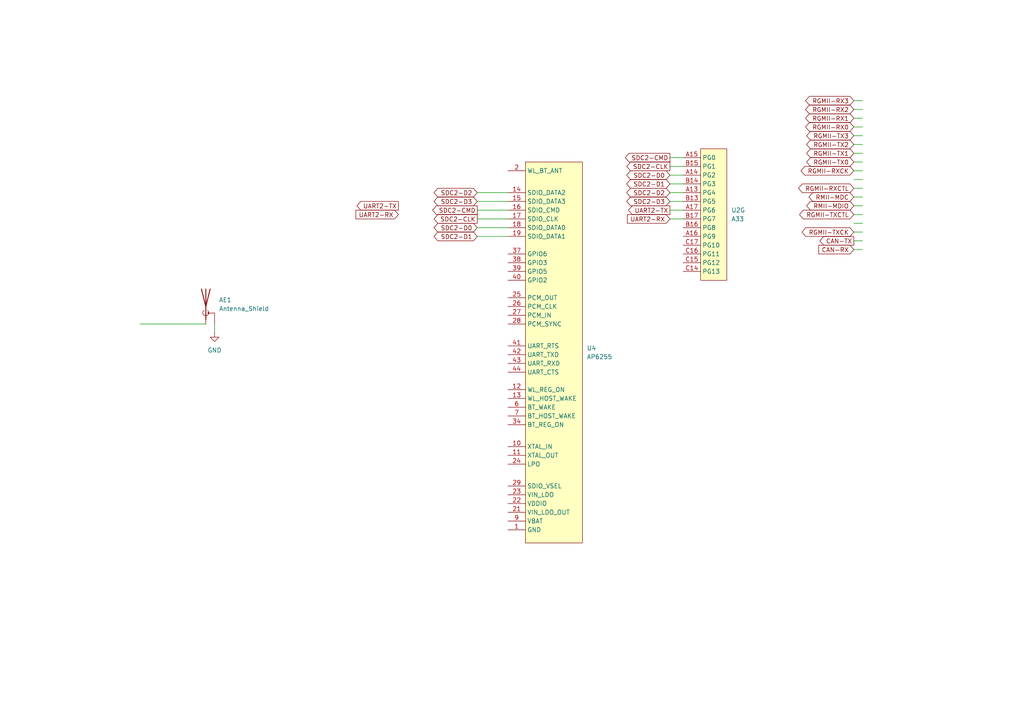
<source format=kicad_sch>
(kicad_sch (version 20250114) (generator "eeschema") (generator_version "9.0")
  (paper "A4")
  (lib_symbols
    (symbol "Device:Antenna_Shield" (pin_numbers (hide yes)) (pin_names (offset 1.016) (hide yes))
      (property "Reference" "AE" (at -1.905 4.445 0))
      (property "Value" "Antenna_Shield" (at -1.905 2.54 0))
      (symbol "Antenna_Shield_0_1"
        (arc (start 0 -2.667) (mid -0.8485 -2.1032) (end -0.508 -1.143))
        (polyline (pts (xy 0 5.08) (xy 0 -3.81)) (stroke (width 0.254)))
        (polyline (pts (xy 0 -2.54) (xy 0 0)))
        (arc (start 0.508 -1.143) (mid 0.8046 -2.0885) (end 0 -2.667))
        (polyline (pts (xy 0.762 -1.905) (xy 2.54 -1.905)))
        (circle (center 0.762 -1.905) (radius 0.1778) (fill (type outline)))
        (polyline (pts (xy 1.27 5.08) (xy 0 0) (xy -1.27 5.08)) (stroke (width 0.254)))
        (polyline (pts (xy 2.54 -2.54) (xy 2.54 -1.905)))
      )
      (symbol "Antenna_Shield_1_1"
        (pin input line (at 0 -5.08 90) (length 2.54) (name "A") (number "1"))
        (pin input line (at 2.54 -5.08 90) (length 2.54) (name "Shield") (number "2"))
      )
    )
    (symbol "allwinner:A33"
      (property "Reference" "U" (at 3.81 3.81 0))
      (property "Value" "A33" (at 3.81 1.27 0))
      (symbol "A33_1_0"
        (pin passive line (at -12.7 -2.54 0) (length 5.08) (name "SDQ0") (number "M1"))
        (pin passive line (at -12.7 -5.08 0) (length 5.08) (name "SDQ1") (number "M2"))
        (pin passive line (at -12.7 -7.62 0) (length 5.08) (name "SDQ2") (number "L1"))
        (pin passive line (at -12.7 -10.16 0) (length 5.08) (name "SDQ3") (number "L2"))
        (pin passive line (at -12.7 -12.7 0) (length 5.08) (name "SDQ4") (number "J1"))
        (pin passive line (at -12.7 -15.24 0) (length 5.08) (name "SDQ5") (number "J2"))
        (pin passive line (at -12.7 -17.78 0) (length 5.08) (name "SDQ6") (number "H1"))
        (pin passive line (at -12.7 -20.32 0) (length 5.08) (name "SDQ7") (number "H2"))
        (pin passive line (at -12.7 -22.86 0) (length 5.08) (name "SDQ8") (number "U3"))
        (pin passive line (at -12.7 -25.4 0) (length 5.08) (name "SDQ9") (number "U1"))
        (pin passive line (at -12.7 -27.94 0) (length 5.08) (name "SDQ10") (number "U2"))
        (pin passive line (at -12.7 -30.48 0) (length 5.08) (name "SDQ11") (number "T2"))
        (pin passive line (at -12.7 -33.02 0) (length 5.08) (name "SDQ12") (number "R2"))
        (pin passive line (at -12.7 -35.56 0) (length 5.08) (name "SDQ13") (number "P1"))
        (pin passive line (at -12.7 -38.1 0) (length 5.08) (name "SDQ14") (number "P2"))
        (pin passive line (at -12.7 -40.64 0) (length 5.08) (name "SDQ15") (number "N1"))
        (pin passive line (at 12.7 -2.54 180) (length 5.08) (name "SA0") (number "E4"))
        (pin passive line (at 12.7 -5.08 180) (length 5.08) (name "SA1") (number "D1"))
        (pin passive line (at 12.7 -7.62 180) (length 5.08) (name "SA2") (number "F2"))
        (pin passive line (at 12.7 -10.16 180) (length 5.08) (name "SA3") (number "H3"))
        (pin passive line (at 12.7 -12.7 180) (length 5.08) (name "SA4") (number "D2"))
        (pin passive line (at 12.7 -15.24 180) (length 5.08) (name "SA5") (number "F1"))
        (pin passive line (at 12.7 -17.78 180) (length 5.08) (name "SA6") (number "A1"))
        (pin passive line (at 12.7 -20.32 180) (length 5.08) (name "SA7") (number "G4"))
        (pin passive line (at 12.7 -22.86 180) (length 5.08) (name "SA8") (number "B1"))
        (pin passive line (at 12.7 -25.4 180) (length 5.08) (name "SA9") (number "F4"))
        (pin passive line (at 12.7 -27.94 180) (length 5.08) (name "SA10") (number "E2"))
        (pin passive line (at 12.7 -30.48 180) (length 5.08) (name "SA11") (number "C2"))
        (pin passive line (at 12.7 -33.02 180) (length 5.08) (name "SA12") (number "E1"))
        (pin passive line (at 12.7 -35.56 180) (length 5.08) (name "SA13") (number "F3"))
        (pin passive line (at 12.7 -38.1 180) (length 5.08) (name "SA14") (number "C1"))
        (pin passive line (at 12.7 -40.64 180) (length 5.08) (name "SA15") (number "E3"))
        (pin passive line (at 12.7 -45.72 180) (length 5.08) (name "BA0") (number "J3"))
        (pin passive line (at 12.7 -48.26 180) (length 5.08) (name "BA1") (number "K4"))
        (pin passive line (at 12.7 -50.8 180) (length 5.08) (name "BA2") (number "H4"))
        (pin passive line (at 12.7 -55.88 180) (length 5.08) (name "RAS") (number "L4"))
        (pin passive line (at 12.7 -58.42 180) (length 5.08) (name "CAS") (number "M3"))
        (pin passive line (at 12.7 -60.96 180) (length 5.08) (name "WE") (number "K3"))
        (pin passive line (at 12.7 -63.5 180) (length 5.08) (name "RST") (number "G3"))
        (pin passive line (at 12.7 -68.58 180) (length 5.08) (name "ODT0") (number "L3"))
        (pin passive line (at 12.7 -71.12 180) (length 5.08) (name "ODT1") (number "L7"))
      )
      (symbol "A33_1_1"
        (rectangle (start -7.62 0) (end 7.62 -86.36) (stroke (width 0.1524)) (fill (type background)))
        (pin passive line (at -12.7 -45.72 0) (length 5.08) (name "CK+") (number "G1"))
        (pin passive line (at -12.7 -48.26 0) (length 5.08) (name "CK-") (number "G2"))
        (pin passive line (at -12.7 -53.34 0) (length 5.08) (name "CKE0") (number "J4"))
        (pin passive line (at -12.7 -55.88 0) (length 5.08) (name "CKE1") (number "N7"))
        (pin passive line (at -12.7 -60.96 0) (length 5.08) (name "DM0") (number "N2"))
        (pin passive line (at -12.7 -63.5 0) (length 5.08) (name "DM1") (number "T3"))
        (pin passive line (at -12.7 -68.58 0) (length 5.08) (name "DQS0+") (number "K2"))
        (pin passive line (at -12.7 -71.12 0) (length 5.08) (name "DQS0-") (number "K1"))
        (pin passive line (at -12.7 -73.66 0) (length 5.08) (name "DQS1+") (number "R1"))
        (pin passive line (at -12.7 -76.2 0) (length 5.08) (name "DQS1-") (number "T1"))
        (pin passive line (at -12.7 -81.28 0) (length 5.08) (name "DZQ") (number "R3"))
        (pin passive line (at -12.7 -83.82 0) (length 5.08) (name "SVREF") (number "M4"))
        (pin passive line (at 12.7 -78.74 180) (length 5.08) (name "CS0") (number "N3"))
        (pin passive line (at 12.7 -81.28 180) (length 5.08) (name "CS1") (number "N5"))
      )
      (symbol "A33_2_0"
        (pin passive line (at -7.62 -2.54 0) (length 5.08) (name "PB0") (number "G17"))
        (pin passive line (at -7.62 -5.08 0) (length 5.08) (name "PB1") (number "G16"))
        (pin passive line (at -7.62 -7.62 0) (length 5.08) (name "PB2") (number "F17"))
        (pin passive line (at -7.62 -10.16 0) (length 5.08) (name "PB3") (number "F16"))
        (pin passive line (at -7.62 -12.7 0) (length 5.08) (name "PB4") (number "G14"))
        (pin passive line (at -7.62 -15.24 0) (length 5.08) (name "PB5") (number "G15"))
        (pin passive line (at -7.62 -17.78 0) (length 5.08) (name "PB6") (number "F14"))
        (pin passive line (at -7.62 -20.32 0) (length 5.08) (name "PB7") (number "F15"))
      )
      (symbol "A33_2_1"
        (rectangle (start -2.54 0) (end 2.54 -22.86) (stroke (width 0.1524)) (fill (type background)))
      )
      (symbol "A33_3_0"
        (pin passive line (at -7.62 -2.54 0) (length 5.08) (name "PC0") (number "D12"))
        (pin passive line (at -7.62 -5.08 0) (length 5.08) (name "PC1") (number "C12"))
        (pin passive line (at -7.62 -7.62 0) (length 5.08) (name "PC2") (number "C11"))
        (pin passive line (at -7.62 -10.16 0) (length 5.08) (name "PC3") (number "D11"))
        (pin passive line (at -7.62 -12.7 0) (length 5.08) (name "PC4") (number "B11"))
        (pin passive line (at -7.62 -15.24 0) (length 5.08) (name "PC5") (number "C10"))
        (pin passive line (at -7.62 -17.78 0) (length 5.08) (name "PC6") (number "D10"))
        (pin passive line (at -7.62 -20.32 0) (length 5.08) (name "PC7") (number "A12"))
        (pin passive line (at -7.62 -22.86 0) (length 5.08) (name "PC8") (number "A11"))
        (pin passive line (at -7.62 -25.4 0) (length 5.08) (name "PC9") (number "B10"))
        (pin passive line (at -7.62 -27.94 0) (length 5.08) (name "PC10") (number "A10"))
        (pin passive line (at -7.62 -30.48 0) (length 5.08) (name "PC11") (number "B9"))
        (pin passive line (at -7.62 -33.02 0) (length 5.08) (name "PC12") (number "A9"))
        (pin passive line (at -7.62 -35.56 0) (length 5.08) (name "PC13") (number "B8"))
        (pin passive line (at -7.62 -38.1 0) (length 5.08) (name "PC14") (number "A8"))
        (pin passive line (at -7.62 -40.64 0) (length 5.08) (name "PC15") (number "B7"))
        (pin passive line (at -7.62 -43.18 0) (length 5.08) (name "PC16") (number "A7"))
      )
      (symbol "A33_3_1"
        (rectangle (start -2.54 0) (end 3.81 -45.72) (stroke (width 0.1524)) (fill (type background)))
      )
      (symbol "A33_4_0"
        (pin passive line (at -7.62 -2.54 0) (length 5.08) (name "PD2") (number "R12"))
        (pin passive line (at -7.62 -5.08 0) (length 5.08) (name "PD3") (number "P12"))
        (pin passive line (at -7.62 -7.62 0) (length 5.08) (name "PD4") (number "R11"))
        (pin passive line (at -7.62 -10.16 0) (length 5.08) (name "PD5") (number "P11"))
        (pin passive line (at -7.62 -12.7 0) (length 5.08) (name "PD6") (number "R10"))
        (pin passive line (at -7.62 -15.24 0) (length 5.08) (name "PD7") (number "P10"))
        (pin passive line (at -7.62 -22.86 0) (length 5.08) (name "PD10") (number "R9"))
        (pin passive line (at -7.62 -25.4 0) (length 5.08) (name "PD11") (number "P9"))
        (pin passive line (at -7.62 -27.94 0) (length 5.08) (name "PD12") (number "R8"))
        (pin passive line (at -7.62 -30.48 0) (length 5.08) (name "PD13") (number "P8"))
        (pin passive line (at -7.62 -33.02 0) (length 5.08) (name "PD14") (number "R7"))
        (pin passive line (at -7.62 -35.56 0) (length 5.08) (name "PD15") (number "P7"))
        (pin passive line (at -7.62 -43.18 0) (length 5.08) (name "PD18") (number "U11"))
        (pin passive line (at -7.62 -45.72 0) (length 5.08) (name "PD19") (number "T11"))
        (pin passive line (at -7.62 -48.26 0) (length 5.08) (name "PD20") (number "U10"))
        (pin passive line (at -7.62 -50.8 0) (length 5.08) (name "PD21") (number "T10"))
        (pin passive line (at -7.62 -53.34 0) (length 5.08) (name "PD22") (number "U9"))
        (pin passive line (at -7.62 -55.88 0) (length 5.08) (name "PD23") (number "T9"))
        (pin passive line (at -7.62 -58.42 0) (length 5.08) (name "PD24") (number "U8"))
        (pin passive line (at -7.62 -60.96 0) (length 5.08) (name "PD25") (number "T8"))
        (pin passive line (at -7.62 -63.5 0) (length 5.08) (name "PD26") (number "U7"))
        (pin passive line (at -7.62 -66.04 0) (length 5.08) (name "PD27") (number "T7"))
      )
      (symbol "A33_4_1"
        (rectangle (start -2.54 0) (end 3.81 -68.58) (stroke (width 0.1524)) (fill (type background)))
      )
      (symbol "A33_5_0"
        (pin passive line (at -8.89 -2.54 0) (length 5.08) (name "PE0") (number "C5"))
        (pin passive line (at -8.89 -5.08 0) (length 5.08) (name "PE1") (number "D5"))
        (pin passive line (at -8.89 -7.62 0) (length 5.08) (name "PE2") (number "C6"))
        (pin passive line (at -8.89 -10.16 0) (length 5.08) (name "PE3") (number "D6"))
        (pin passive line (at -8.89 -12.7 0) (length 5.08) (name "PE4") (number "A6"))
        (pin passive line (at -8.89 -15.24 0) (length 5.08) (name "PE5") (number "B6"))
        (pin passive line (at -8.89 -17.78 0) (length 5.08) (name "PE6") (number "A5"))
        (pin passive line (at -8.89 -20.32 0) (length 5.08) (name "PE7") (number "B5"))
        (pin passive line (at -8.89 -22.86 0) (length 5.08) (name "PE8") (number "A4"))
        (pin passive line (at -8.89 -25.4 0) (length 5.08) (name "PE9") (number "B4"))
        (pin passive line (at -8.89 -27.94 0) (length 5.08) (name "PE10") (number "A3"))
        (pin passive line (at -8.89 -30.48 0) (length 5.08) (name "PE11") (number "B3"))
        (pin passive line (at -8.89 -33.02 0) (length 5.08) (name "PE12") (number "A2"))
        (pin passive line (at -8.89 -35.56 0) (length 5.08) (name "PE13") (number "B2"))
        (pin passive line (at -8.89 -38.1 0) (length 5.08) (name "PE14") (number "C3"))
        (pin passive line (at -8.89 -40.64 0) (length 5.08) (name "PE15") (number "D3"))
        (pin passive line (at -8.89 -43.18 0) (length 5.08) (name "PE16") (number "C4"))
        (pin passive line (at -8.89 -45.72 0) (length 5.08) (name "PE17") (number "D4"))
      )
      (symbol "A33_5_1"
        (rectangle (start -3.81 0) (end 2.54 -48.26) (stroke (width 0.1524)) (fill (type background)))
      )
      (symbol "A33_6_0"
        (pin passive line (at -7.62 -2.54 0) (length 5.08) (name "PF0") (number "D9"))
        (pin passive line (at -7.62 -5.08 0) (length 5.08) (name "PF1") (number "C9"))
        (pin passive line (at -7.62 -7.62 0) (length 5.08) (name "PF2") (number "D8"))
        (pin passive line (at -7.62 -10.16 0) (length 5.08) (name "PF3") (number "C8"))
        (pin passive line (at -7.62 -12.7 0) (length 5.08) (name "PF4") (number "D7"))
        (pin passive line (at -7.62 -15.24 0) (length 5.08) (name "PF5") (number "C7"))
      )
      (symbol "A33_6_1"
        (rectangle (start -2.54 0) (end 3.81 -20.32) (stroke (width 0.1524)) (fill (type background)))
      )
      (symbol "A33_7_0"
        (pin passive line (at -8.89 -2.54 0) (length 5.08) (name "PG0") (number "A15"))
        (pin passive line (at -8.89 -5.08 0) (length 5.08) (name "PG1") (number "B15"))
        (pin passive line (at -8.89 -7.62 0) (length 5.08) (name "PG2") (number "A14"))
        (pin passive line (at -8.89 -10.16 0) (length 5.08) (name "PG3") (number "B14"))
        (pin passive line (at -8.89 -12.7 0) (length 5.08) (name "PG4") (number "A13"))
        (pin passive line (at -8.89 -15.24 0) (length 5.08) (name "PG5") (number "B13"))
        (pin passive line (at -8.89 -17.78 0) (length 5.08) (name "PG6") (number "A17"))
        (pin passive line (at -8.89 -20.32 0) (length 5.08) (name "PG7") (number "B17"))
        (pin passive line (at -8.89 -22.86 0) (length 5.08) (name "PG8") (number "B16"))
        (pin passive line (at -8.89 -25.4 0) (length 5.08) (name "PG9") (number "A16"))
        (pin passive line (at -8.89 -27.94 0) (length 5.08) (name "PG10") (number "C17"))
        (pin passive line (at -8.89 -30.48 0) (length 5.08) (name "PG11") (number "C16"))
        (pin passive line (at -8.89 -33.02 0) (length 5.08) (name "PG12") (number "C15"))
        (pin passive line (at -8.89 -35.56 0) (length 5.08) (name "PG13") (number "C14"))
      )
      (symbol "A33_7_1"
        (rectangle (start -3.81 0) (end 3.81 -38.1) (stroke (width 0.1524)) (fill (type background)))
      )
      (symbol "A33_8_0"
        (pin passive line (at -7.62 -2.54 0) (length 5.08) (name "PH0") (number "D17"))
        (pin passive line (at -7.62 -5.08 0) (length 5.08) (name "PH1") (number "D16"))
        (pin passive line (at -7.62 -7.62 0) (length 5.08) (name "PH2") (number "D15"))
        (pin passive line (at -7.62 -10.16 0) (length 5.08) (name "PH3") (number "D14"))
        (pin passive line (at -7.62 -12.7 0) (length 5.08) (name "PH4") (number "D13"))
        (pin passive line (at -7.62 -15.24 0) (length 5.08) (name "PH5") (number "C13"))
        (pin passive line (at -7.62 -17.78 0) (length 5.08) (name "PH6") (number "E17"))
        (pin passive line (at -7.62 -20.32 0) (length 5.08) (name "PH7") (number "E16"))
        (pin passive line (at -7.62 -22.86 0) (length 5.08) (name "PH8") (number "E15"))
        (pin passive line (at -7.62 -25.4 0) (length 5.08) (name "PH9") (number "E14"))
      )
      (symbol "A33_8_1"
        (rectangle (start -2.54 0) (end 2.54 -27.94) (stroke (width 0.1524)) (fill (type background)))
      )
      (symbol "A33_9_0"
        (pin passive line (at -7.62 -2.54 0) (length 5.08) (name "PL0") (number "P16"))
        (pin passive line (at -7.62 -5.08 0) (length 5.08) (name "PL1") (number "P15"))
        (pin passive line (at -7.62 -7.62 0) (length 5.08) (name "PL2") (number "U14"))
        (pin passive line (at -7.62 -10.16 0) (length 5.08) (name "PL3") (number "T14"))
        (pin passive line (at -7.62 -12.7 0) (length 5.08) (name "PL4") (number "R14"))
        (pin passive line (at -7.62 -15.24 0) (length 5.08) (name "PL5") (number "P14"))
        (pin passive line (at -7.62 -17.78 0) (length 5.08) (name "PL6") (number "U13"))
        (pin passive line (at -7.62 -20.32 0) (length 5.08) (name "PL7") (number "T13"))
        (pin passive line (at -7.62 -22.86 0) (length 5.08) (name "PL8") (number "R13"))
        (pin passive line (at -7.62 -25.4 0) (length 5.08) (name "PL9") (number "P13"))
        (pin passive line (at -7.62 -27.94 0) (length 5.08) (name "PL10") (number "U12"))
        (pin passive line (at -7.62 -30.48 0) (length 5.08) (name "PL11") (number "T12"))
      )
      (symbol "A33_9_1"
        (rectangle (start -2.54 0) (end 3.81 -33.02) (stroke (width 0.1524)) (fill (type background)))
      )
      (symbol "A33_10_0"
        (pin passive line (at -12.7 -2.54 0) (length 5.08) (name "CLK24M_IN") (number "U4"))
        (pin passive line (at -12.7 -5.08 0) (length 5.08) (name "CLK24M_OUT") (number "T4"))
        (pin passive line (at -12.7 -10.16 0) (length 5.08) (name "CLK32K_IN") (number "R17"))
        (pin passive line (at -12.7 -12.7 0) (length 5.08) (name "CLK32K_OUT") (number "R16"))
        (pin passive line (at -12.7 -15.24 0) (length 5.08) (name "CLK32-KFOUT") (number "R15"))
        (pin passive line (at -12.7 -20.32 0) (length 5.08) (name "~{NMI}") (number "N14"))
        (pin passive line (at -12.7 -22.86 0) (length 5.08) (name "~{RESET}") (number "P17"))
        (pin passive line (at -12.7 -27.94 0) (length 5.08) (name "DM0") (number "T16"))
        (pin passive line (at -12.7 -30.48 0) (length 5.08) (name "DP0") (number "T17"))
        (pin passive line (at -12.7 -35.56 0) (length 5.08) (name "DM1") (number "U16"))
        (pin passive line (at -12.7 -38.1 0) (length 5.08) (name "DP1") (number "U17"))
        (pin passive line (at -12.7 -43.18 0) (length 5.08) (name "HSIC-DAT") (number "U15"))
        (pin passive line (at -12.7 -45.72 0) (length 5.08) (name "HSIC-STR") (number "T15"))
      )
      (symbol "A33_10_1"
        (rectangle (start -7.62 0) (end 7.62 -48.26) (stroke (width 0.1524)) (fill (type background)))
      )
      (symbol "A33_11_0"
        (pin passive line (at -11.43 -2.54 0) (length 5.08) (name "MBIAS") (number "K14"))
        (pin passive line (at -11.43 -5.08 0) (length 5.08) (name "MIC1N") (number "M16"))
        (pin passive line (at -11.43 -7.62 0) (length 5.08) (name "MIC1P") (number "M17"))
        (pin passive line (at -11.43 -10.16 0) (length 5.08) (name "MIC2N") (number "N16"))
        (pin passive line (at -11.43 -12.7 0) (length 5.08) (name "MIC2P") (number "N17"))
        (pin passive line (at -11.43 -17.78 0) (length 5.08) (name "LINEINR") (number "J15"))
        (pin passive line (at -11.43 -20.32 0) (length 5.08) (name "LINEINL") (number "H15"))
        (pin passive line (at -11.43 -25.4 0) (length 5.08) (name "VRA1") (number "K16"))
        (pin passive line (at -11.43 -27.94 0) (length 5.08) (name "VRA2") (number "K17"))
        (pin passive line (at -11.43 -30.48 0) (length 5.08) (name "VRP") (number "L17"))
        (pin passive line (at -11.43 -35.56 0) (length 5.08) (name "AVCC") (number "L16"))
        (pin passive line (at -11.43 -38.1 0) (length 5.08) (name "AGND") (number "H13"))
        (pin passive line (at -11.43 -43.18 0) (length 5.08) (name "PHONEOUTN") (number "N15"))
        (pin passive line (at -11.43 -45.72 0) (length 5.08) (name "PHONEOUTP") (number "M15"))
        (pin passive line (at -11.43 -50.8 0) (length 5.08) (name "PHONEINN") (number "K15"))
        (pin passive line (at -11.43 -53.34 0) (length 5.08) (name "PHONEINP") (number "L15"))
        (pin passive line (at -11.43 -58.42 0) (length 5.08) (name "HBIAS") (number "J14"))
        (pin passive line (at -11.43 -60.96 0) (length 5.08) (name "HPOUTR") (number "J16"))
        (pin passive line (at -11.43 -63.5 0) (length 5.08) (name "HPOUTL") (number "J17"))
        (pin passive line (at -11.43 -66.04 0) (length 5.08) (name "HPCOM") (number "H14"))
        (pin passive line (at -11.43 -68.58 0) (length 5.08) (name "HPCOMFB") (number "H16"))
        (pin passive line (at -11.43 -71.12 0) (length 5.08) (name "HPVCCBP") (number "H17"))
        (pin passive line (at -11.43 -73.66 0) (length 5.08) (name "HPVCCIN") (number "K13"))
        (pin passive line (at -11.43 -78.74 0) (length 5.08) (name "LRADC0") (number "L14"))
      )
      (symbol "A33_11_1"
        (rectangle (start -6.35 0) (end 6.35 -81.28) (stroke (width 0.1524)) (fill (type background)))
      )
      (symbol "A33_12_0"
        (pin passive line (at -10.16 -2.54 0) (length 5.08) (name "MDSI-CKN") (number "U5"))
        (pin passive line (at -10.16 -5.08 0) (length 5.08) (name "MDSI-CKP") (number "T5"))
        (pin passive line (at -10.16 -7.62 0) (length 5.08) (name "MDSI-D0N") (number "R4"))
        (pin passive line (at -10.16 -10.16 0) (length 5.08) (name "MDSI-D0P") (number "P4"))
        (pin passive line (at -10.16 -12.7 0) (length 5.08) (name "MDSI-D1N") (number "R5"))
        (pin passive line (at -10.16 -15.24 0) (length 5.08) (name "MDSI-D1P") (number "P5"))
        (pin passive line (at -10.16 -17.78 0) (length 5.08) (name "MDSI-D2N") (number "U6"))
        (pin passive line (at -10.16 -20.32 0) (length 5.08) (name "MDSI-D2P") (number "T6"))
        (pin passive line (at -10.16 -22.86 0) (length 5.08) (name "MDSI-D3N") (number "R6"))
        (pin passive line (at -10.16 -25.4 0) (length 5.08) (name "MDSI-D3P") (number "P6"))
      )
      (symbol "A33_12_1"
        (rectangle (start -5.08 0) (end 6.35 -27.94) (stroke (width 0.1524)) (fill (type background)))
      )
      (symbol "A33_13_0"
        (pin passive line (at -7.62 -5.08 0) (length 5.08) (name "VCC-DRAM") (number "H5"))
        (pin passive line (at -7.62 -5.08 0) (length 5.08) (hide yes) (name "VCC-DRAM") (number "H6"))
        (pin passive line (at -7.62 -5.08 0) (length 5.08) (hide yes) (name "VCC-DRAM") (number "J5"))
        (pin passive line (at -7.62 -5.08 0) (length 5.08) (hide yes) (name "VCC-DRAM") (number "J6"))
        (pin passive line (at -7.62 -5.08 0) (length 5.08) (hide yes) (name "VCC-DRAM") (number "K5"))
        (pin passive line (at -7.62 -5.08 0) (length 5.08) (hide yes) (name "VCC-DRAM") (number "L5"))
        (pin passive line (at -7.62 -10.16 0) (length 5.08) (name "VDD-DLL") (number "P3"))
        (pin passive line (at -7.62 -15.24 0) (length 5.08) (name "VCC-PD") (number "M11"))
        (pin passive line (at -7.62 -15.24 0) (length 5.08) (hide yes) (name "VCC-PD") (number "N11"))
        (pin passive line (at -7.62 -17.78 0) (length 5.08) (name "VCC-USB") (number "L12"))
        (pin passive line (at -7.62 -20.32 0) (length 5.08) (name "VCC-HSIC") (number "N12"))
        (pin passive line (at -7.62 -22.86 0) (length 5.08) (name "VCC-DSI") (number "N6"))
        (pin passive line (at -7.62 -29.21 0) (length 5.08) (name "VCC-RTC") (number "M12"))
        (pin passive line (at -7.62 -31.75 0) (length 5.08) (name "RTCVIO") (number "M13"))
        (pin passive line (at -7.62 -34.29 0) (length 5.08) (name "VCC-PLL") (number "M5"))
        (pin passive line (at -7.62 -36.83 0) (length 5.08) (name "VCC-EFUSE") (number "M8"))
        (pin passive line (at -7.62 -39.37 0) (length 5.08) (name "VDD-CPUS") (number "M14"))
        (pin passive line (at -7.62 -41.91 0) (length 5.08) (name "VDD-CPU") (number "E5"))
        (pin passive line (at -7.62 -41.91 0) (length 5.08) (hide yes) (name "VDD-CPU") (number "E6"))
        (pin passive line (at -7.62 -41.91 0) (length 5.08) (hide yes) (name "VDD-CPU") (number "E7"))
        (pin passive line (at -7.62 -41.91 0) (length 5.08) (hide yes) (name "VDD-CPU") (number "F5"))
        (pin passive line (at -7.62 -41.91 0) (length 5.08) (hide yes) (name "VDD-CPU") (number "F6"))
        (pin passive line (at -7.62 -41.91 0) (length 5.08) (hide yes) (name "VDD-CPU") (number "F7"))
        (pin passive line (at -7.62 -41.91 0) (length 5.08) (hide yes) (name "VDD-CPU") (number "G5"))
        (pin passive line (at -7.62 -41.91 0) (length 5.08) (hide yes) (name "VDD-CPU") (number "G6"))
        (pin passive line (at -7.62 -44.45 0) (length 5.08) (hide yes) (name "VDD-SYS") (number "E10"))
        (pin passive line (at -7.62 -44.45 0) (length 5.08) (hide yes) (name "VDD-SYS") (number "E8"))
        (pin passive line (at -7.62 -44.45 0) (length 5.08) (hide yes) (name "VDD-SYS") (number "E9"))
        (pin passive line (at -7.62 -44.45 0) (length 5.08) (hide yes) (name "VDD-SYS") (number "K6"))
        (pin passive line (at -7.62 -44.45 0) (length 5.08) (hide yes) (name "VDD-SYS") (number "L6"))
        (pin passive line (at -7.62 -44.45 0) (length 5.08) (hide yes) (name "VDD-SYS") (number "M6"))
        (pin passive line (at -7.62 -44.45 0) (length 5.08) (hide yes) (name "VDD-SYS") (number "M7"))
        (pin passive line (at -7.62 -44.45 0) (length 5.08) (name "VDD-SYS") (number "N10"))
        (pin passive line (at -7.62 -44.45 0) (length 5.08) (hide yes) (name "VDD-SYS") (number "N8"))
        (pin passive line (at -7.62 -44.45 0) (length 5.08) (hide yes) (name "VDD-SYS") (number "N9"))
        (pin passive line (at -7.62 -46.99 0) (length 5.08) (hide yes) (name "VCC-IO") (number "E11"))
        (pin passive line (at -7.62 -46.99 0) (length 5.08) (name "VCC-IO") (number "E12"))
        (pin passive line (at -7.62 -46.99 0) (length 5.08) (hide yes) (name "VCC-IO") (number "F11"))
        (pin passive line (at -7.62 -46.99 0) (length 5.08) (hide yes) (name "VCC-IO") (number "F12"))
        (pin passive line (at -7.62 -46.99 0) (length 5.08) (hide yes) (name "VCC-IO") (number "G12"))
        (pin passive line (at -7.62 -52.07 0) (length 5.08) (hide yes) (name "GND") (number "F10"))
        (pin passive line (at -7.62 -52.07 0) (length 5.08) (hide yes) (name "GND") (number "F8"))
        (pin passive line (at -7.62 -52.07 0) (length 5.08) (hide yes) (name "GND") (number "F9"))
        (pin passive line (at -7.62 -52.07 0) (length 5.08) (hide yes) (name "GND") (number "G10"))
        (pin passive line (at -7.62 -52.07 0) (length 5.08) (hide yes) (name "GND") (number "G11"))
        (pin passive line (at -7.62 -52.07 0) (length 5.08) (hide yes) (name "GND") (number "G7"))
        (pin passive line (at -7.62 -52.07 0) (length 5.08) (hide yes) (name "GND") (number "G8"))
        (pin passive line (at -7.62 -52.07 0) (length 5.08) (hide yes) (name "GND") (number "G9"))
        (pin passive line (at -7.62 -52.07 0) (length 5.08) (hide yes) (name "GND") (number "H10"))
        (pin passive line (at -7.62 -52.07 0) (length 5.08) (hide yes) (name "GND") (number "H11"))
        (pin passive line (at -7.62 -52.07 0) (length 5.08) (hide yes) (name "GND") (number "H12"))
        (pin passive line (at -7.62 -52.07 0) (length 5.08) (hide yes) (name "GND") (number "H7"))
        (pin passive line (at -7.62 -52.07 0) (length 5.08) (hide yes) (name "GND") (number "H8"))
        (pin passive line (at -7.62 -52.07 0) (length 5.08) (hide yes) (name "GND") (number "H9"))
        (pin passive line (at -7.62 -52.07 0) (length 5.08) (hide yes) (name "GND") (number "J10"))
        (pin passive line (at -7.62 -52.07 0) (length 5.08) (hide yes) (name "GND") (number "J11"))
        (pin passive line (at -7.62 -52.07 0) (length 5.08) (hide yes) (name "GND") (number "J12"))
        (pin passive line (at -7.62 -52.07 0) (length 5.08) (hide yes) (name "GND") (number "J7"))
        (pin passive line (at -7.62 -52.07 0) (length 5.08) (hide yes) (name "GND") (number "J8"))
        (pin passive line (at -7.62 -52.07 0) (length 5.08) (hide yes) (name "GND") (number "J9"))
        (pin passive line (at -7.62 -52.07 0) (length 5.08) (hide yes) (name "GND") (number "K10"))
        (pin passive line (at -7.62 -52.07 0) (length 5.08) (hide yes) (name "GND") (number "K11"))
        (pin passive line (at -7.62 -52.07 0) (length 5.08) (hide yes) (name "GND") (number "K12"))
        (pin passive line (at -7.62 -52.07 0) (length 5.08) (hide yes) (name "GND") (number "K7"))
        (pin passive line (at -7.62 -52.07 0) (length 5.08) (hide yes) (name "GND") (number "K8"))
        (pin passive line (at -7.62 -52.07 0) (length 5.08) (hide yes) (name "GND") (number "K9"))
        (pin passive line (at -7.62 -52.07 0) (length 5.08) (hide yes) (name "GND") (number "L10"))
        (pin passive line (at -7.62 -52.07 0) (length 5.08) (name "GND") (number "L11"))
        (pin passive line (at -7.62 -52.07 0) (length 5.08) (hide yes) (name "GND") (number "L8"))
        (pin passive line (at -7.62 -52.07 0) (length 5.08) (hide yes) (name "GND") (number "L9"))
        (pin passive line (at -7.62 -52.07 0) (length 5.08) (hide yes) (name "GND") (number "M10"))
        (pin passive line (at -7.62 -52.07 0) (length 5.08) (hide yes) (name "GND") (number "M9"))
        (pin passive line (at -7.62 -52.07 0) (length 5.08) (hide yes) (name "GND") (number "N4"))
      )
      (symbol "A33_13_1"
        (rectangle (start -2.54 -2.54) (end 10.16 -54.61) (stroke (width 0.1524)) (fill (type background)))
      )
    )
    (symbol "power:GND" (power) (pin_names (offset 0))
      (property "Value" "GND" (at 0 -3.81 0))
      (symbol "GND_0_1"
        (polyline (pts (xy 0 0) (xy 0 -1.27) (xy 1.27 -1.27) (xy 0 -2.54) (xy -1.27 -1.27) (xy 0 -1.27)))
      )
      (symbol "GND_1_1"
        (pin power_in line (at 0 0 270) (length 0) (hide yes) (name "GND") (number "1"))
      )
    )
    (symbol "sdio:AP6255"
      (property "Reference" "U" (at 0 6.35 0))
      (property "Value" "AP6255" (at 0 3.81 0))
      (symbol "AP6255_0_1"
        (rectangle (start -5.08 -1.27) (end 11.43 -111.76) (stroke (width 0.1524)) (fill (type background)))
      )
      (symbol "AP6255_1_1"
        (pin passive line (at -10.16 -3.81 0) (length 5.08) (name "WL_BT_ANT") (number "2"))
        (pin passive line (at -10.16 -10.16 0) (length 5.08) (name "SDIO_DATA2") (number "14"))
        (pin passive line (at -10.16 -12.7 0) (length 5.08) (name "SDIO_DATA3") (number "15"))
        (pin passive line (at -10.16 -15.24 0) (length 5.08) (name "SDIO_CMD") (number "16"))
        (pin passive line (at -10.16 -17.78 0) (length 5.08) (name "SDIO_CLK") (number "17"))
        (pin passive line (at -10.16 -20.32 0) (length 5.08) (name "SDIO_DATA0") (number "18"))
        (pin passive line (at -10.16 -22.86 0) (length 5.08) (name "SDIO_DATA1") (number "19"))
        (pin passive line (at -10.16 -27.94 0) (length 5.08) (name "GPIO6") (number "37"))
        (pin passive line (at -10.16 -30.48 0) (length 5.08) (name "GPIO3") (number "38"))
        (pin passive line (at -10.16 -33.02 0) (length 5.08) (name "GPIO5") (number "39"))
        (pin passive line (at -10.16 -35.56 0) (length 5.08) (name "GPIO2") (number "40"))
        (pin passive line (at -10.16 -40.64 0) (length 5.08) (name "PCM_OUT") (number "25"))
        (pin passive line (at -10.16 -43.18 0) (length 5.08) (name "PCM_CLK") (number "26"))
        (pin passive line (at -10.16 -45.72 0) (length 5.08) (name "PCM_IN") (number "27"))
        (pin passive line (at -10.16 -48.26 0) (length 5.08) (name "PCM_SYNC") (number "28"))
        (pin passive line (at -10.16 -54.61 0) (length 5.08) (name "UART_RTS") (number "41"))
        (pin passive line (at -10.16 -57.15 0) (length 5.08) (name "UART_TXD") (number "42"))
        (pin passive line (at -10.16 -59.69 0) (length 5.08) (name "UART_RXD") (number "43"))
        (pin passive line (at -10.16 -62.23 0) (length 5.08) (name "UART_CTS") (number "44"))
        (pin passive line (at -10.16 -67.31 0) (length 5.08) (name "WL_REG_ON") (number "12"))
        (pin passive line (at -10.16 -69.85 0) (length 5.08) (name "WL_HOST_WAKE") (number "13"))
        (pin passive line (at -10.16 -72.39 0) (length 5.08) (name "BT_WAKE") (number "6"))
        (pin passive line (at -10.16 -74.93 0) (length 5.08) (name "BT_HOST_WAKE") (number "7"))
        (pin passive line (at -10.16 -77.47 0) (length 5.08) (name "BT_REG_ON") (number "34"))
        (pin passive line (at -10.16 -83.82 0) (length 5.08) (name "XTAL_IN") (number "10"))
        (pin passive line (at -10.16 -86.36 0) (length 5.08) (name "XTAL_OUT") (number "11"))
        (pin passive line (at -10.16 -88.9 0) (length 5.08) (name "LPO") (number "24"))
        (pin passive line (at -10.16 -95.25 0) (length 5.08) (name "SDIO_VSEL") (number "29"))
        (pin passive line (at -10.16 -97.79 0) (length 5.08) (name "VIN_LDO") (number "23"))
        (pin passive line (at -10.16 -100.33 0) (length 5.08) (name "VDDIO") (number "22"))
        (pin passive line (at -10.16 -102.87 0) (length 5.08) (name "VIN_LDO_OUT") (number "21"))
        (pin passive line (at -10.16 -105.41 0) (length 5.08) (name "VBAT") (number "9"))
        (pin passive line (at -10.16 -107.95 0) (length 5.08) (name "GND") (number "1"))
        (pin passive line (at -10.16 -107.95 0) (length 5.08) (hide yes) (name "GND") (number "20"))
        (pin passive line (at -10.16 -107.95 0) (length 5.08) (hide yes) (name "GND") (number "3"))
        (pin passive line (at -10.16 -107.95 0) (length 5.08) (hide yes) (name "GND") (number "31"))
        (pin passive line (at -10.16 -107.95 0) (length 5.08) (hide yes) (name "GND") (number "33"))
        (pin passive line (at -10.16 -107.95 0) (length 5.08) (hide yes) (name "GND") (number "36"))
      )
    )
  )
  (wire (pts (xy 40.64 93.98) (xy 59.69 93.98)))
  (wire (pts (xy 247.65 29.21) (xy 250.19 29.21)))
  (wire (pts (xy 247.65 34.29) (xy 250.19 34.29)))
  (wire (pts (xy 247.65 46.99) (xy 250.19 46.99)))
  (wire (pts (xy 247.65 57.15) (xy 250.19 57.15)))
  (wire (pts (xy 247.65 64.77) (xy 250.19 64.77)))
  (wire (pts (xy 194.31 63.5) (xy 198.12 63.5)))
  (wire (pts (xy 247.65 39.37) (xy 250.19 39.37)))
  (wire (pts (xy 247.65 36.83) (xy 250.19 36.83)))
  (wire (pts (xy 194.31 58.42) (xy 198.12 58.42)))
  (wire (pts (xy 194.31 53.34) (xy 198.12 53.34)))
  (wire (pts (xy 247.65 44.45) (xy 250.19 44.45)))
  (wire (pts (xy 247.65 49.53) (xy 250.19 49.53)))
  (wire (pts (xy 194.31 45.72) (xy 198.12 45.72)))
  (wire (pts (xy 138.43 60.96) (xy 147.32 60.96)))
  (wire (pts (xy 247.65 52.07) (xy 250.19 52.07)))
  (wire (pts (xy 138.43 66.04) (xy 147.32 66.04)))
  (wire (pts (xy 247.65 31.75) (xy 250.19 31.75)))
  (wire (pts (xy 138.43 68.58) (xy 147.32 68.58)))
  (wire (pts (xy 194.31 55.88) (xy 198.12 55.88)))
  (wire (pts (xy 194.31 60.96) (xy 198.12 60.96)))
  (wire (pts (xy 138.43 55.88) (xy 147.32 55.88)))
  (wire (pts (xy 194.31 50.8) (xy 198.12 50.8)))
  (wire (pts (xy 194.31 48.26) (xy 198.12 48.26)))
  (wire (pts (xy 247.65 62.23) (xy 250.19 62.23)))
  (wire (pts (xy 247.65 41.91) (xy 250.19 41.91)))
  (wire (pts (xy 247.65 59.69) (xy 250.19 59.69)))
  (wire (pts (xy 62.23 93.98) (xy 62.23 96.52)))
  (wire (pts (xy 247.65 54.61) (xy 250.19 54.61)))
  (wire (pts (xy 138.43 58.42) (xy 147.32 58.42)))
  (wire (pts (xy 247.65 72.39) (xy 250.19 72.39)))
  (wire (pts (xy 247.65 69.85) (xy 250.19 69.85)))
  (wire (pts (xy 247.65 67.31) (xy 250.19 67.31)))
  (wire (pts (xy 138.43 63.5) (xy 147.32 63.5)))
  (global_label "SDC2-D3" (shape bidirectional) (at 138.43 58.42 180) (property "Intersheetrefs" "${INTERSHEET_REFS}" (effects (hide yes))))
  (global_label "RGMII-RXCK" (shape bidirectional) (at 247.65 49.53 180) (property "Intersheetrefs" "${INTERSHEET_REFS}" (effects (hide yes))))
  (global_label "RGMII-RX1" (shape bidirectional) (at 247.65 34.29 180) (property "Intersheetrefs" "${INTERSHEET_REFS}" (effects (hide yes))))
  (global_label "RGMII-TXCK" (shape bidirectional) (at 247.65 67.31 180) (property "Intersheetrefs" "${INTERSHEET_REFS}" (effects (hide yes))))
  (global_label "SDC2-D0" (shape bidirectional) (at 194.31 50.8 180) (property "Intersheetrefs" "${INTERSHEET_REFS}" (effects (hide yes))))
  (global_label "SDC2-CLK" (shape output) (at 194.31 48.26 180) (property "Intersheetrefs" "${INTERSHEET_REFS}" (effects (hide yes))))
  (global_label "SDC2-CMD" (shape output) (at 194.31 45.72 180) (property "Intersheetrefs" "${INTERSHEET_REFS}" (effects (hide yes))))
  (global_label "RGMII-TX0" (shape bidirectional) (at 247.65 46.99 180) (property "Intersheetrefs" "${INTERSHEET_REFS}" (effects (hide yes))))
  (global_label "RGMII-TX2" (shape bidirectional) (at 247.65 41.91 180) (property "Intersheetrefs" "${INTERSHEET_REFS}" (effects (hide yes))))
  (global_label "UART2-RX" (shape input) (at 115.57 62.23 180) (property "Intersheetrefs" "${INTERSHEET_REFS}" (effects (hide yes))))
  (global_label "SDC2-D2" (shape bidirectional) (at 138.43 55.88 180) (property "Intersheetrefs" "${INTERSHEET_REFS}" (effects (hide yes))))
  (global_label "SDC2-D1" (shape bidirectional) (at 194.31 53.34 180) (property "Intersheetrefs" "${INTERSHEET_REFS}" (effects (hide yes))))
  (global_label "CAN-TX" (shape output) (at 247.65 69.85 180) (property "Intersheetrefs" "${INTERSHEET_REFS}" (effects (hide yes))))
  (global_label "RGMII-RXCTL" (shape bidirectional) (at 247.65 54.61 180) (property "Intersheetrefs" "${INTERSHEET_REFS}" (effects (hide yes))))
  (global_label "SDC2-CMD" (shape output) (at 138.43 60.96 180) (property "Intersheetrefs" "${INTERSHEET_REFS}" (effects (hide yes))))
  (global_label "UART2-TX" (shape output) (at 194.31 60.96 180) (property "Intersheetrefs" "${INTERSHEET_REFS}" (effects (hide yes))))
  (global_label "RGMII-TX3" (shape bidirectional) (at 247.65 39.37 180) (property "Intersheetrefs" "${INTERSHEET_REFS}" (effects (hide yes))))
  (global_label "RGMII-RX0" (shape bidirectional) (at 247.65 36.83 180) (property "Intersheetrefs" "${INTERSHEET_REFS}" (effects (hide yes))))
  (global_label "SDC2-CLK" (shape output) (at 138.43 63.5 180) (property "Intersheetrefs" "${INTERSHEET_REFS}" (effects (hide yes))))
  (global_label "RGMII-RX3" (shape bidirectional) (at 247.65 29.21 180) (property "Intersheetrefs" "${INTERSHEET_REFS}" (effects (hide yes))))
  (global_label "UART2-RX" (shape input) (at 194.31 63.5 180) (property "Intersheetrefs" "${INTERSHEET_REFS}" (effects (hide yes))))
  (global_label "SDC2-D2" (shape bidirectional) (at 194.31 55.88 180) (property "Intersheetrefs" "${INTERSHEET_REFS}" (effects (hide yes))))
  (global_label "RMII-MDC" (shape bidirectional) (at 247.65 57.15 180) (property "Intersheetrefs" "${INTERSHEET_REFS}" (effects (hide yes))))
  (global_label "CAN-RX" (shape input) (at 247.65 72.39 180) (property "Intersheetrefs" "${INTERSHEET_REFS}" (effects (hide yes))))
  (global_label "SDC2-D1" (shape bidirectional) (at 138.43 68.58 180) (property "Intersheetrefs" "${INTERSHEET_REFS}" (effects (hide yes))))
  (global_label "RGMII-TXCTL" (shape bidirectional) (at 247.65 62.23 180) (property "Intersheetrefs" "${INTERSHEET_REFS}" (effects (hide yes))))
  (global_label "SDC2-D3" (shape bidirectional) (at 194.31 58.42 180) (property "Intersheetrefs" "${INTERSHEET_REFS}" (effects (hide yes))))
  (global_label "SDC2-D0" (shape bidirectional) (at 138.43 66.04 180) (property "Intersheetrefs" "${INTERSHEET_REFS}" (effects (hide yes))))
  (global_label "RGMII-TX1" (shape bidirectional) (at 247.65 44.45 180) (property "Intersheetrefs" "${INTERSHEET_REFS}" (effects (hide yes))))
  (global_label "RGMII-RX2" (shape bidirectional) (at 247.65 31.75 180) (property "Intersheetrefs" "${INTERSHEET_REFS}" (effects (hide yes))))
  (global_label "UART2-TX" (shape output) (at 115.57 59.69 180) (property "Intersheetrefs" "${INTERSHEET_REFS}" (effects (hide yes))))
  (global_label "RMII-MDIO" (shape bidirectional) (at 247.65 59.69 180) (property "Intersheetrefs" "${INTERSHEET_REFS}" (effects (hide yes))))
  (symbol (lib_id "sdio:AP6255") (at 157.48 45.72 0) (unit 1)
    (property "Reference" "U4" (at 170.18 100.9649 0) (effects (justify left)))
    (property "Value" "AP6255" (at 170.18 103.5049 0) (effects (justify left)))
    (property "Footprint" "sdio:lga44_12x12mm_P0.9" (effects (hide yes)))
  )
  (symbol (lib_id "allwinner:A33") (at 207.01 43.18 0) (unit 7)
    (property "Reference" "U2" (at 212.09 60.9599 0) (effects (justify left)))
    (property "Value" "A33" (at 212.09 63.4999 0) (effects (justify left)))
    (property "Footprint" "allwinner:BGA-282_17x17_14.0x14.0mm" (effects (hide yes)))
  )
  (symbol (lib_id "Device:Antenna_Shield") (at 59.69 88.9 0) (unit 1)
    (property "Reference" "AE1" (at 63.5 86.9949 0) (effects (justify left)))
    (property "Value" "Antenna_Shield" (at 63.5 89.5349 0) (effects (justify left)))
    (property "Footprint" "Connector_Coaxial:U.FL_Hirose_U.FL-R-SMT-1_Vertical" (effects (hide yes)))
  )
  (symbol (lib_id "power:GND") (at 62.23 96.52 0) (unit 1)
    (property "Reference" "#PWR0126" (effects (hide yes)))
    (property "Value" "GND" (at 62.23 101.6 0))
  )
)
</source>
